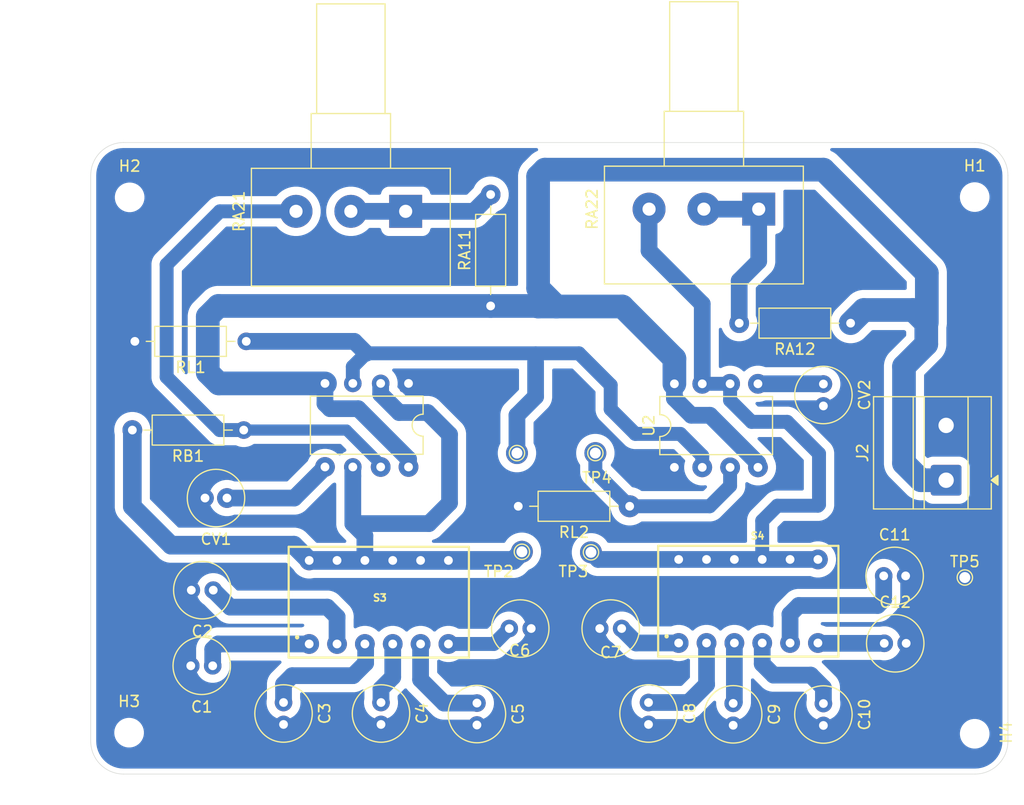
<source format=kicad_pcb>
(kicad_pcb (version 20241229) (generator "pcbnew") (generator_version "9.0")
  (layers (0 "F.Cu" signal) (2 "B.Cu" signal) (13 "F.Paste" user) (15 "B.Paste" user) (5 "F.SilkS" user "F.Silkscreen") (7 "B.SilkS" user "B.Silkscreen") (1 "F.Mask" user) (3 "B.Mask" user) (25 "Edge.Cuts" user))
  (net 0 "")
  (net 1 "Net-(U1-CV)")
  (net 2 "GND")
  (net 3 "Net-(U2-CV)")
  (net 4 "+12V")
  (net 5 "Net-(RA11-Pad2)")
  (net 6 "Net-(U1-DIS)")
  (net 7 "Net-(U2-DIS)")
  (net 8 "Net-(RA12-Pad2)")
  (net 9 "Net-(U1-Q)")
  (net 10 "Net-(U1-THR)")
  (net 11 "Net-(U2-Q)")
  (net 12 "Net-(C1-Pad1)")
  (net 13 "Net-(C2-Pad1)")
  (net 14 "Net-(C3-Pad1)")
  (net 15 "Net-(C4-Pad1)")
  (net 16 "Net-(C5-Pad1)")
  (net 17 "Net-(C6-Pad1)")
  (net 18 "Net-(C7-Pad1)")
  (net 19 "Net-(C8-Pad1)")
  (net 20 "Net-(C9-Pad1)")
  (net 21 "Net-(C10-Pad1)")
  (net 22 "Net-(C11-Pad1)")
  (net 23 "Net-(C12-Pad1)")
  (footprint "MountingHole:MountingHole_2.2mm_M2_DIN965" (layer "F.Cu") (at 84.525 57.375)
    (property "Reference" "H2" (at 0 -2.85 0) (layer "F.SilkS"))
    (property "Value" "MountingHole" (hide yes))
    (pad "" np_thru_hole circle (at 0 0) (size 2.2 2.2) (drill 2.2) (layers "*.Cu" "*.Mask"))
  )
  (footprint "Resistor_THT:R_Axial_DIN0207_L6.3mm_D2.5mm_P10.16mm_Horizontal" (layer "F.Cu") (at 95.16 70.51 180)
    (property "Reference" "RL1" (at 5.08 -2.37 0) (layer "F.SilkS"))
    (property "Value" "100k")
    (fp_line (start 9.12 0) (end 8.35 0) (stroke (width 0.12)) (layer "F.SilkS"))
    (fp_line (start 1.04 0) (end 1.81 0) (stroke (width 0.12)) (layer "F.SilkS"))
    (fp_rect (start 1.81 -1.37) (end 8.35 1.37) (stroke (width 0.12)) (fill no) (layer "F.SilkS"))
    (pad "1" thru_hole circle (at 0 0 180) (size 1.6 1.6) (drill 0.8) (layers "*.Cu" "*.Mask") (net 9 "Net-(U1-Q)"))
    (pad "2" thru_hole circle (at 10.16 0 180) (size 1.6 1.6) (drill 0.8) (layers "*.Cu" "*.Mask") (net 2 "GND"))
  )
  (footprint "Capacitor_THT:C_Radial_D5.0mm_H11.0mm_P2.00mm" (layer "F.Cu") (at 139.5716 103.5262 -90)
    (property "Reference" "C9" (at 1 -3.75 90) (layer "F.SilkS"))
    (property "Value" "1uf")
    (fp_circle (center 1 0) (end 3.62 0) (stroke (width 0.12)) (fill no) (layer "F.SilkS"))
    (pad "1" thru_hole circle (at 0 0 270) (size 1.6 1.6) (drill 0.8) (layers "*.Cu" "*.Mask") (net 20 "Net-(C9-Pad1)"))
    (pad "2" thru_hole circle (at 2 0 270) (size 1.6 1.6) (drill 0.8) (layers "*.Cu" "*.Mask") (net 2 "GND"))
  )
  (footprint "TerminalBlock_MetzConnect:TerminalBlock_MetzConnect_Type011_RT05502HBLC_1x02_P5.00mm_Horizontal" (layer "F.Cu") (at 158.9925 83.175 90)
    (property "Reference" "J2" (at 2.5 -7.62 90) (layer "F.SilkS"))
    (property "Value" "BAT1")
    (fp_line (start 7.62 -6.62) (end 7.62 4.12) (stroke (width 0.12)) (layer "F.SilkS"))
    (fp_line (start -2.62 -6.62) (end 7.62 -6.62) (stroke (width 0.12)) (layer "F.SilkS"))
    (fp_line (start -2.62 -3) (end 7.62 -3) (stroke (width 0.12)) (layer "F.SilkS"))
    (fp_line (start -2.62 -2) (end 7.62 -2) (stroke (width 0.12)) (layer "F.SilkS"))
    (fp_line (start -2.62 2) (end 7.62 2) (stroke (width 0.12)) (layer "F.SilkS"))
    (fp_line (start 7.62 4.12) (end 0.3 4.12) (stroke (width 0.12)) (layer "F.SilkS"))
    (fp_line (start -0.3 4.12) (end -2.62 4.12) (stroke (width 0.12)) (layer "F.SilkS"))
    (fp_line (start -2.62 4.12) (end -2.62 -6.62) (stroke (width 0.12)) (layer "F.SilkS"))
    (fp_poly (pts (xy 0 4.12) (xy 0.44 4.73) (xy -0.44 4.73)) (stroke (width 0.12)) (fill yes) (layer "F.SilkS"))
    (pad "1" thru_hole roundrect (at 0 0 90) (size 2.8 2.8) (drill 1.4) (layers "*.Cu" "*.Mask") (roundrect_rratio 0.089286) (net 4 "+12V"))
    (pad "2" thru_hole circle (at 5 0 90) (size 2.8 2.8) (drill 1.4) (layers "*.Cu" "*.Mask") (net 2 "GND"))
  )
  (footprint "Capacitor_THT:C_Radial_D5.0mm_H11.0mm_P2.00mm" (layer "F.Cu") (at 98.56 103.45 -90)
    (property "Reference" "C3" (at 1 -3.75 90) (layer "F.SilkS"))
    (property "Value" "1uf")
    (fp_circle (center 1 0) (end 3.62 0) (stroke (width 0.12)) (fill no) (layer "F.SilkS"))
    (pad "1" thru_hole circle (at 0 0 270) (size 1.6 1.6) (drill 0.8) (layers "*.Cu" "*.Mask") (net 14 "Net-(C3-Pad1)"))
    (pad "2" thru_hole circle (at 2 0 270) (size 1.6 1.6) (drill 0.8) (layers "*.Cu" "*.Mask") (net 2 "GND"))
  )
  (footprint "Capacitor_THT:C_Radial_D5.0mm_H11.0mm_P2.00mm" (layer "F.Cu") (at 107.45 103.45 -90)
    (property "Reference" "C4" (at 1 -3.75 90) (layer "F.SilkS"))
    (property "Value" "0.1uf")
    (fp_circle (center 1 0) (end 3.62 0) (stroke (width 0.12)) (fill no) (layer "F.SilkS"))
    (pad "1" thru_hole circle (at 0 0 270) (size 1.6 1.6) (drill 0.8) (layers "*.Cu" "*.Mask") (net 15 "Net-(C4-Pad1)"))
    (pad "2" thru_hole circle (at 2 0 270) (size 1.6 1.6) (drill 0.8) (layers "*.Cu" "*.Mask") (net 2 "GND"))
  )
  (footprint "MountingHole:MountingHole_2.2mm_M2_DIN965" (layer "F.Cu") (at 161.6 57.35)
    (property "Reference" "H1" (at 0 -2.85 0) (layer "F.SilkS"))
    (property "Value" "MountingHole" (hide yes))
    (pad "" np_thru_hole circle (at 0 0) (size 2.2 2.2) (drill 2.2) (layers "*.Cu" "*.Mask"))
  )
  (footprint "418117270906:418117270906" (layer "F.Cu") (at 140.95 94.21)
    (property "Reference" "S4" (at 0.85 -5.96 0) (layer "F.SilkS") (effects (font (size 0.64 0.64))))
    (property "Value" "418117270906" (hide yes))
    (fp_line (start -8.22 -5.05) (end 8.22 -5.05) (stroke (width 0.2)) (layer "F.SilkS"))
    (fp_line (start -8.22 5.05) (end -8.22 -5.05) (stroke (width 0.2)) (layer "F.SilkS"))
    (fp_line (start 8.22 -5.05) (end 8.22 5.05) (stroke (width 0.2)) (layer "F.SilkS"))
    (fp_line (start 8.22 5.05) (end -8.22 5.05) (stroke (width 0.2)) (layer "F.SilkS"))
    (fp_circle (center -7.45 3.2) (end -7.35 3.2) (stroke (width 0.2)) (fill no) (layer "F.SilkS"))
    (pad "1" thru_hole circle (at -6.35 3.81) (size 1.8 1.8) (drill 0.8) (layers "*.Cu" "*.Mask") (net 18 "Net-(C7-Pad1)"))
    (pad "2" thru_hole circle (at -3.81 3.81) (size 1.8 1.8) (drill 0.8) (layers "*.Cu" "*.Mask") (net 19 "Net-(C8-Pad1)"))
    (pad "3" thru_hole circle (at -1.27 3.81) (size 1.8 1.8) (drill 0.8) (layers "*.Cu" "*.Mask") (net 20 "Net-(C9-Pad1)"))
    (pad "4" thru_hole circle (at 1.27 3.81) (size 1.8 1.8) (drill 0.8) (layers "*.Cu" "*.Mask") (net 21 "Net-(C10-Pad1)"))
    (pad "5" thru_hole circle (at 3.81 3.81) (size 1.8 1.8) (drill 0.8) (layers "*.Cu" "*.Mask") (net 22 "Net-(C11-Pad1)"))
    (pad "6" thru_hole circle (at 6.35 3.81) (size 1.8 1.8) (drill 0.8) (layers "*.Cu" "*.Mask") (net 23 "Net-(C12-Pad1)"))
    (pad "A1" thru_hole circle (at -6.35 -3.81) (size 1.308 1.308) (drill 0.8) (layers "*.Cu" "*.Mask") (net 7 "Net-(U2-DIS)"))
    (pad "A2" thru_hole circle (at -3.81 -3.81) (size 1.308 1.308) (drill 0.8) (layers "*.Cu" "*.Mask") (net 7 "Net-(U2-DIS)"))
    (pad "A3" thru_hole circle (at -1.27 -3.81) (size 1.308 1.308) (drill 0.8) (layers "*.Cu" "*.Mask") (net 7 "Net-(U2-DIS)"))
    (pad "A4" thru_hole circle (at 1.27 -3.81) (size 1.308 1.308) (drill 0.8) (layers "*.Cu" "*.Mask") (net 7 "Net-(U2-DIS)"))
    (pad "A5" thru_hole circle (at 3.81 -3.81) (size 1.308 1.308) (drill 0.8) (layers "*.Cu" "*.Mask") (net 7 "Net-(U2-DIS)"))
    (pad "A6" thru_hole circle (at 6.35 -3.81) (size 1.8 1.8) (drill 0.8) (layers "*.Cu" "*.Mask") (net 7 "Net-(U2-DIS)"))
  )
  (footprint "Capacitor_THT:C_Radial_D5.0mm_H11.0mm_P2.00mm" (layer "F.Cu") (at 93.4 84.8 180)
    (property "Reference" "CV1" (at 1 -3.75 0) (layer "F.SilkS"))
    (property "Value" "0.01uf")
    (fp_circle (center 1 0) (end 3.62 0) (stroke (width 0.12)) (fill no) (layer "F.SilkS"))
    (pad "1" thru_hole circle (at 0 0 180) (size 1.8 1.8) (drill 0.8) (layers "*.Cu" "*.Mask") (net 1 "Net-(U1-CV)"))
    (pad "2" thru_hole circle (at 2 0 180) (size 1.6 1.6) (drill 0.8) (layers "*.Cu" "*.Mask") (net 2 "GND"))
  )
  (footprint "TestPoint:TestPoint_THTPad_D1.0mm_Drill0.5mm" (layer "F.Cu") (at 120.3 89.7)
    (property "Reference" "TP2" (at -2.1 1.8 0) (layer "F.SilkS"))
    (property "Value" "TestPoint" (hide yes))
    (fp_circle (center 0 0) (end 0 0.7) (stroke (width 0.12)) (fill no) (layer "F.SilkS"))
    (pad "1" thru_hole circle (at 0 0) (size 2 2) (drill 1) (layers "*.Cu" "*.Mask") (net 10 "Net-(U1-THR)"))
  )
  (footprint "Resistor_THT:R_Axial_DIN0207_L6.3mm_D2.5mm_P10.16mm_Horizontal" (layer "F.Cu") (at 150.28 68.85 180)
    (property "Reference" "RA12" (at 5.08 -2.37 0) (layer "F.SilkS"))
    (property "Value" "100")
    (fp_line (start 9.12 0) (end 8.35 0) (stroke (width 0.12)) (layer "F.SilkS"))
    (fp_line (start 1.04 0) (end 1.81 0) (stroke (width 0.12)) (layer "F.SilkS"))
    (fp_rect (start 1.81 -1.37) (end 8.35 1.37) (stroke (width 0.12)) (fill no) (layer "F.SilkS"))
    (pad "1" thru_hole circle (at 0 0 180) (size 1.6 1.6) (drill 0.8) (layers "*.Cu" "*.Mask") (net 4 "+12V"))
    (pad "2" thru_hole circle (at 10.16 0 180) (size 1.8 1.8) (drill 0.8) (layers "*.Cu" "*.Mask") (net 8 "Net-(RA12-Pad2)"))
  )
  (footprint "TestPoint:TestPoint_THTPad_D1.0mm_Drill0.5mm" (layer "F.Cu") (at 160.7 92.05)
    (property "Reference" "TP5" (at 0 -1.448 0) (layer "F.SilkS"))
    (property "Value" "TestPoint" (hide yes))
    (fp_circle (center 0 0) (end 0 0.7) (stroke (width 0.12)) (fill no) (layer "F.SilkS"))
    (pad "1" thru_hole circle (at 0 0) (size 2 2) (drill 1) (layers "*.Cu" "*.Mask") (net 2 "GND"))
  )
  (footprint "TestPoint:TestPoint_THTPad_D1.0mm_Drill0.5mm" (layer "F.Cu") (at 126.6 89.75)
    (property "Reference" "TP3" (at -1.6 1.75 0) (layer "F.SilkS"))
    (property "Value" "TestPoint" (hide yes))
    (fp_circle (center 0 0) (end 0 0.7) (stroke (width 0.12)) (fill no) (layer "F.SilkS"))
    (pad "1" thru_hole circle (at 0 0) (size 2 2) (drill 1) (layers "*.Cu" "*.Mask") (net 7 "Net-(U2-DIS)"))
  )
  (footprint "Resistor_THT:R_Axial_DIN0207_L6.3mm_D2.5mm_P10.16mm_Horizontal" (layer "F.Cu") (at 94.93 78.6 180)
    (property "Reference" "RB1" (at 5.08 -2.37 0) (layer "F.SilkS"))
    (property "Value" "14.4k")
    (fp_line (start 9.12 0) (end 8.35 0) (stroke (width 0.12)) (layer "F.SilkS"))
    (fp_line (start 1.04 0) (end 1.81 0) (stroke (width 0.12)) (layer "F.SilkS"))
    (fp_rect (start 1.81 -1.37) (end 8.35 1.37) (stroke (width 0.12)) (fill no) (layer "F.SilkS"))
    (pad "1" thru_hole circle (at 0 0 180) (size 1.6 1.6) (drill 0.8) (layers "*.Cu" "*.Mask") (net 6 "Net-(U1-DIS)"))
    (pad "2" thru_hole circle (at 10.16 0 180) (size 1.8 1.8) (drill 0.8) (layers "*.Cu" "*.Mask") (net 10 "Net-(U1-THR)"))
  )
  (footprint "Resistor_THT:R_Axial_DIN0207_L6.3mm_D2.5mm_P10.16mm_Horizontal" (layer "F.Cu") (at 117.45 67.28 90)
    (property "Reference" "RA11" (at 5.08 -2.37 90) (layer "F.SilkS"))
    (property "Value" "100")
    (fp_line (start 9.12 0) (end 8.35 0) (stroke (width 0.12)) (layer "F.SilkS"))
    (fp_line (start 1.04 0) (end 1.81 0) (stroke (width 0.12)) (layer "F.SilkS"))
    (fp_rect (start 1.81 -1.37) (end 8.35 1.37) (stroke (width 0.12)) (fill no) (layer "F.SilkS"))
    (pad "1" thru_hole circle (at 0 0 90) (size 1.6 1.6) (drill 0.8) (layers "*.Cu" "*.Mask") (net 4 "+12V"))
    (pad "2" thru_hole circle (at 10.16 0 90) (size 1.8 1.8) (drill 0.8) (layers "*.Cu" "*.Mask") (net 5 "Net-(RA11-Pad2)"))
  )
  (footprint "Capacitor_THT:C_Radial_D5.0mm_H11.0mm_P2.00mm" (layer "F.Cu") (at 147.8 74.4 -90)
    (property "Reference" "CV2" (at 1 -3.75 90) (layer "F.SilkS"))
    (property "Value" "0.01uf" (hide yes))
    (fp_circle (center 1 0) (end 3.62 0) (stroke (width 0.12)) (fill no) (layer "F.SilkS"))
    (pad "1" thru_hole circle (at 0 0 270) (size 1.6 1.6) (drill 0.8) (layers "*.Cu" "*.Mask") (net 3 "Net-(U2-CV)"))
    (pad "2" thru_hole circle (at 2 0 270) (size 1.6 1.6) (drill 0.8) (layers "*.Cu" "*.Mask") (net 2 "GND"))
  )
  (footprint "Capacitor_THT:C_Radial_D5.0mm_H11.0mm_P2.00mm" (layer "F.Cu") (at 119.15 96.7)
    (property "Reference" "C6" (at 0.95 2 0) (layer "F.SilkS"))
    (property "Value" "0.001uf" (hide yes))
    (fp_circle (center 1 0) (end 3.62 0) (stroke (width 0.12)) (fill no) (layer "F.SilkS"))
    (pad "1" thru_hole circle (at 0 0) (size 1.6 1.6) (drill 0.8) (layers "*.Cu" "*.Mask") (net 17 "Net-(C6-Pad1)"))
    (pad "2" thru_hole circle (at 2 0) (size 1.6 1.6) (drill 0.8) (layers "*.Cu" "*.Mask") (net 2 "GND"))
  )
  (footprint "Capacitor_THT:C_Radial_D5.0mm_H11.0mm_P2.00mm" (layer "F.Cu") (at 116.2 103.5 -90)
    (property "Reference" "C5" (at 1 -3.75 90) (layer "F.SilkS"))
    (property "Value" "0.01uf")
    (fp_circle (center 1 0) (end 3.62 0) (stroke (width 0.12)) (fill no) (layer "F.SilkS"))
    (pad "1" thru_hole circle (at 0 0 270) (size 1.6 1.6) (drill 0.8) (layers "*.Cu" "*.Mask") (net 16 "Net-(C5-Pad1)"))
    (pad "2" thru_hole circle (at 2 0 270) (size 1.6 1.6) (drill 0.8) (layers "*.Cu" "*.Mask") (net 2 "GND"))
  )
  (footprint "MountingHole:MountingHole_2.2mm_M2_DIN965" (layer "F.Cu") (at 84.475 106.2)
    (property "Reference" "H3" (at 0 -2.85 0) (layer "F.SilkS"))
    (property "Value" "MountingHole" (hide yes))
    (pad "" np_thru_hole circle (at 0 0) (size 2.2 2.2) (drill 2.2) (layers "*.Cu" "*.Mask"))
  )
  (footprint "418117270906:418117270906" (layer "F.Cu") (at 107.25 94.3)
    (property "Reference" "S3" (at 0.1 -0.4 0) (layer "F.SilkS") (effects (font (size 0.64 0.64))))
    (property "Value" "418117270906")
    (fp_line (start -8.22 -5.05) (end 8.22 -5.05) (stroke (width 0.2)) (layer "F.SilkS"))
    (fp_line (start -8.22 5.05) (end -8.22 -5.05) (stroke (width 0.2)) (layer "F.SilkS"))
    (fp_line (start 8.22 -5.05) (end 8.22 5.05) (stroke (width 0.2)) (layer "F.SilkS"))
    (fp_line (start 8.22 5.05) (end -8.22 5.05) (stroke (width 0.2)) (layer "F.SilkS"))
    (fp_circle (center -7.45 3.2) (end -7.35 3.2) (stroke (width 0.2)) (fill no) (layer "F.SilkS"))
    (pad "1" thru_hole circle (at -6.35 3.81) (size 1.8 1.8) (drill 0.8) (layers "*.Cu" "*.Mask") (net 12 "Net-(C1-Pad1)"))
    (pad "2" thru_hole circle (at -3.81 3.81) (size 1.8 1.8) (drill 0.8) (layers "*.Cu" "*.Mask") (net 13 "Net-(C2-Pad1)"))
    (pad "3" thru_hole circle (at -1.27 3.81) (size 1.8 1.8) (drill 0.8) (layers "*.Cu" "*.Mask") (net 14 "Net-(C3-Pad1)"))
    (pad "4" thru_hole circle (at 1.27 3.81) (size 1.8 1.8) (drill 0.8) (layers "*.Cu" "*.Mask") (net 15 "Net-(C4-Pad1)"))
    (pad "5" thru_hole circle (at 3.81 3.81) (size 1.8 1.8) (drill 0.8) (layers "*.Cu" "*.Mask") (net 16 "Net-(C5-Pad1)"))
    (pad "6" thru_hole circle (at 6.35 3.81) (size 1.8 1.8) (drill 0.8) (layers "*.Cu" "*.Mask") (net 17 "Net-(C6-Pad1)"))
    (pad "A1" thru_hole circle (at -6.35 -3.81) (size 1.8 1.8) (drill 0.8) (layers "*.Cu" "*.Mask") (net 10 "Net-(U1-THR)"))
    (pad "A2" thru_hole circle (at -3.81 -3.81) (size 1.308 1.308) (drill 0.8) (layers "*.Cu" "*.Mask") (net 10 "Net-(U1-THR)"))
    (pad "A3" thru_hole circle (at -1.27 -3.81) (size 1.308 1.308) (drill 0.8) (layers "*.Cu" "*.Mask") (net 10 "Net-(U1-THR)"))
    (pad "A4" thru_hole circle (at 1.27 -3.81) (size 1.308 1.308) (drill 0.8) (layers "*.Cu" "*.Mask") (net 10 "Net-(U1-THR)"))
    (pad "A5" thru_hole circle (at 3.81 -3.81) (size 1.308 1.308) (drill 0.8) (layers "*.Cu" "*.Mask") (net 10 "Net-(U1-THR)"))
    (pad "A6" thru_hole circle (at 6.35 -3.81) (size 1.308 1.308) (drill 0.8) (layers "*.Cu" "*.Mask") (net 10 "Net-(U1-THR)"))
  )
  (footprint "Potentiometer_THT:Potentiometer_Alps_RK163_Single_Horizontal" (layer "F.Cu") (at 141.9 58.45 -90)
    (property "Reference" "RA22" (at 0 15.2 90) (layer "F.SilkS"))
    (property "Value" "100k")
    (fp_line (start -3.92 14.07) (end -3.92 -4.07) (stroke (width 0.12)) (layer "F.SilkS"))
    (fp_line (start 6.82 14.07) (end -3.92 14.07) (stroke (width 0.12)) (layer "F.SilkS"))
    (fp_line (start 6.82 14.07) (end 6.82 -4.07) (stroke (width 0.12)) (layer "F.SilkS"))
    (fp_line (start -8.92 8.62) (end -8.92 1.38) (stroke (width 0.12)) (layer "F.SilkS"))
    (fp_line (start -3.92 8.62) (end -8.92 8.62) (stroke (width 0.12)) (layer "F.SilkS"))
    (fp_line (start -18.92 8.12) (end -18.92 1.88) (stroke (width 0.12)) (layer "F.SilkS"))
    (fp_line (start -8.92 8.12) (end -18.92 8.12) (stroke (width 0.12)) (layer "F.SilkS"))
    (fp_line (start -8.92 1.88) (end -18.92 1.88) (stroke (width 0.12)) (layer "F.SilkS"))
    (fp_line (start -3.92 1.38) (end -8.92 1.38) (stroke (width 0.12)) (layer "F.SilkS"))
    (fp_line (start 6.82 -4.07) (end -3.92 -4.07) (stroke (width 0.12)) (layer "F.SilkS"))
    (pad "1" thru_hole rect (at 0 0 90) (size 3 3) (drill 1.2) (layers "*.Cu" "*.Mask") (net 8 "Net-(RA12-Pad2)"))
    (pad "2" thru_hole circle (at 0 5 90) (size 3 3) (drill 1.2) (layers "*.Cu" "*.Mask") (net 8 "Net-(RA12-Pad2)"))
    (pad "3" thru_hole circle (at 0 10 90) (size 3 3) (drill 1.2) (layers "*.Cu" "*.Mask") (net 7 "Net-(U2-DIS)"))
  )
  (footprint "Capacitor_THT:C_Radial_D5.0mm_H11.0mm_P2.00mm" (layer "F.Cu") (at 92.15 93.2 180)
    (property "Reference" "C2" (at 1 -3.75 0) (layer "F.SilkS"))
    (property "Value" "10uf")
    (fp_circle (center 1 0) (end 3.62 0) (stroke (width 0.12)) (fill no) (layer "F.SilkS"))
    (pad "1" thru_hole circle (at 0 0 180) (size 1.6 1.6) (drill 0.8) (layers "*.Cu" "*.Mask") (net 13 "Net-(C2-Pad1)"))
    (pad "2" thru_hole circle (at 2 0 180) (size 1.6 1.6) (drill 0.8) (layers "*.Cu" "*.Mask") (net 2 "GND"))
  )
  (footprint "TestPoint:TestPoint_THTPad_D1.0mm_Drill0.5mm" (layer "F.Cu") (at 127 80.7)
    (property "Reference" "TP4" (at 0.15 2.25 0) (layer "F.SilkS"))
    (property "Value" "TestPoint" (hide yes))
    (fp_circle (center 0 0) (end 0 0.7) (stroke (width 0.12)) (fill no) (layer "F.SilkS"))
    (pad "1" thru_hole circle (at 0 0) (size 2 2) (drill 1) (layers "*.Cu" "*.Mask") (net 11 "Net-(U2-Q)"))
  )
  (footprint "MountingHole:MountingHole_2.2mm_M2_DIN965" (layer "F.Cu") (at 161.6 106.3)
    (property "Reference" "H4" (at 2.875 -0.1 90) (layer "F.SilkS"))
    (property "Value" "MountingHole" (hide yes))
    (pad "" np_thru_hole circle (at 0 0) (size 2.2 2.2) (drill 2.2) (layers "*.Cu" "*.Mask"))
  )
  (footprint "Capacitor_THT:C_Radial_D5.0mm_H11.0mm_P2.00mm" (layer "F.Cu") (at 129.4 96.7 180)
    (property "Reference" "C7" (at 1 -2.1844 0) (layer "F.SilkS"))
    (property "Value" "100uf")
    (fp_circle (center 1 0) (end 3.62 0) (stroke (width 0.12)) (fill no) (layer "F.SilkS"))
    (pad "1" thru_hole circle (at 0 0 180) (size 1.6 1.6) (drill 0.8) (layers "*.Cu" "*.Mask") (net 18 "Net-(C7-Pad1)"))
    (pad "2" thru_hole circle (at 2 0 180) (size 1.6 1.6) (drill 0.8) (layers "*.Cu" "*.Mask") (net 2 "GND"))
  )
  (footprint "Package_DIP:DIP-8_W7.62mm" (layer "F.Cu") (at 109.96 74.345 -90)
    (property "Reference" "U1" (hide yes))
    (property "Value" "NE555P" (hide yes))
    (fp_line (start 1.16 8.95) (end 6.46 8.95) (stroke (width 0.12)) (layer "F.SilkS"))
    (fp_line (start 6.46 8.95) (end 6.46 -1.33) (stroke (width 0.12)) (layer "F.SilkS"))
    (fp_line (start 1.16 -1.33) (end 1.16 8.95) (stroke (width 0.12)) (layer "F.SilkS"))
    (fp_line (start 2.81 -1.33) (end 1.16 -1.33) (stroke (width 0.12)) (layer "F.SilkS"))
    (fp_line (start 6.46 -1.33) (end 4.81 -1.33) (stroke (width 0.12)) (layer "F.SilkS"))
    (fp_arc (start 4.81 -1.33) (mid 3.81 -0.33) (end 2.81 -1.33) (stroke (width 0.12)) (layer "F.SilkS"))
    (pad "1" thru_hole roundrect (at 0 0 270) (size 1.6 1.6) (drill 0.8) (layers "*.Cu" "*.Mask") (roundrect_rratio 0.15625) (net 2 "GND"))
    (pad "1.8" thru_hole circle (at 7.62 5.08 270) (size 1.6 1.6) (drill 0.8) (layers "*.Cu" "*.Mask") (net 10 "Net-(U1-THR)"))
    (pad "2" thru_hole circle (at 0 2.54 270) (size 1.6 1.6) (drill 0.8) (layers "*.Cu" "*.Mask") (net 10 "Net-(U1-THR)"))
    (pad "3" thru_hole circle (at 0 5.08 270) (size 1.6 1.6) (drill 0.8) (layers "*.Cu" "*.Mask") (net 9 "Net-(U1-Q)"))
    (pad "4" thru_hole circle (at 0 7.62 270) (size 1.6 1.6) (drill 0.8) (layers "*.Cu" "*.Mask") (net 4 "+12V"))
    (pad "5" thru_hole circle (at 7.62 7.62 270) (size 1.8 1.8) (drill 0.8) (layers "*.Cu" "*.Mask") (net 1 "Net-(U1-CV)"))
    (pad "7" thru_hole circle (at 7.62 2.54 270) (size 1.8 1.8) (drill 0.8) (layers "*.Cu" "*.Mask") (net 6 "Net-(U1-DIS)"))
    (pad "8" thru_hole circle (at 7.62 0 270) (size 1.8 1.8) (drill 0.8) (layers "*.Cu" "*.Mask") (net 4 "+12V"))
  )
  (footprint "Potentiometer_THT:Potentiometer_Alps_RK163_Single_Horizontal" (layer "F.Cu") (at 109.7 58.65 -90)
    (property "Reference" "RA21" (at 0 15.2 90) (layer "F.SilkS"))
    (property "Value" "150K")
    (fp_line (start -3.92 14.07) (end -3.92 -4.07) (stroke (width 0.12)) (layer "F.SilkS"))
    (fp_line (start 6.82 14.07) (end -3.92 14.07) (stroke (width 0.12)) (layer "F.SilkS"))
    (fp_line (start 6.82 14.07) (end 6.82 -4.07) (stroke (width 0.12)) (layer "F.SilkS"))
    (fp_line (start -8.92 8.62) (end -8.92 1.38) (stroke (width 0.12)) (layer "F.SilkS"))
    (fp_line (start -3.92 8.62) (end -8.92 8.62) (stroke (width 0.12)) (layer "F.SilkS"))
    (fp_line (start -18.92 8.12) (end -18.92 1.88) (stroke (width 0.12)) (layer "F.SilkS"))
    (fp_line (start -8.92 8.12) (end -18.92 8.12) (stroke (width 0.12)) (layer "F.SilkS"))
    (fp_line (start -8.92 1.88) (end -18.92 1.88) (stroke (width 0.12)) (layer "F.SilkS"))
    (fp_line (start -3.92 1.38) (end -8.92 1.38) (stroke (width 0.12)) (layer "F.SilkS"))
    (fp_line (start 6.82 -4.07) (end -3.92 -4.07) (stroke (width 0.12)) (layer "F.SilkS"))
    (pad "1" thru_hole rect (at 0 0 90) (size 3 3) (drill 1.2) (layers "*.Cu" "*.Mask") (net 5 "Net-(RA11-Pad2)"))
    (pad "2" thru_hole circle (at 0 5 90) (size 3 3) (drill 1.2) (layers "*.Cu" "*.Mask") (net 5 "Net-(RA11-Pad2)"))
    (pad "3" thru_hole circle (at 0 10 90) (size 3 3) (drill 1.2) (layers "*.Cu" "*.Mask") (net 6 "Net-(U1-DIS)"))
  )
  (footprint "Capacitor_THT:C_Radial_D5.0mm_H11.0mm_P2.00mm" (layer "F.Cu") (at 131.85 103.45 -90)
    (property "Reference" "C8" (at 1 -3.75 90) (layer "F.SilkS"))
    (property "Value" "10uf")
    (fp_circle (center 1 0) (end 3.62 0) (stroke (width 0.12)) (fill no) (layer "F.SilkS"))
    (pad "1" thru_hole circle (at 0 0 270) (size 1.6 1.6) (drill 0.8) (layers "*.Cu" "*.Mask") (net 19 "Net-(C8-Pad1)"))
    (pad "2" thru_hole circle (at 2 0 270) (size 1.6 1.6) (drill 0.8) (layers "*.Cu" "*.Mask") (net 2 "GND"))
  )
  (footprint "TestPoint:TestPoint_THTPad_D1.0mm_Drill0.5mm" (layer "F.Cu") (at 119.85 80.7)
    (property "Reference" "TP1" (hide yes))
    (property "Value" "TestPoint" (hide yes))
    (fp_circle (center 0 0) (end 0 0.7) (stroke (width 0.12)) (fill no) (layer "F.SilkS"))
    (pad "1" thru_hole circle (at 0 0) (size 2 2) (drill 1) (layers "*.Cu" "*.Mask") (net 9 "Net-(U1-Q)"))
  )
  (footprint "Capacitor_THT:C_Radial_D5.0mm_H11.0mm_P2.00mm" (layer "F.Cu") (at 92.1 100.1 180)
    (property "Reference" "C1" (at 1 -3.75 0) (layer "F.SilkS"))
    (property "Value" "100uf")
    (fp_circle (center 1 0) (end 3.62 0) (stroke (width 0.12)) (fill no) (layer "F.SilkS"))
    (pad "1" thru_hole circle (at 0 0 180) (size 1.6 1.6) (drill 0.8) (layers "*.Cu" "*.Mask") (net 12 "Net-(C1-Pad1)"))
    (pad "2" thru_hole circle (at 2 0 180) (size 1.6 1.6) (drill 0.8) (layers "*.Cu" "*.Mask") (net 2 "GND"))
  )
  (footprint "Capacitor_THT:C_Radial_D5.0mm_H11.0mm_P2.00mm" (layer "F.Cu") (at 147.8 103.5422 -90)
    (property "Reference" "C10" (at 1 -3.75 90) (layer "F.SilkS"))
    (property "Value" "0.1uf")
    (fp_circle (center 1 0) (end 3.62 0) (stroke (width 0.12)) (fill no) (layer "F.SilkS"))
    (pad "1" thru_hole circle (at 0 0 270) (size 1.6 1.6) (drill 0.8) (layers "*.Cu" "*.Mask") (net 21 "Net-(C10-Pad1)"))
    (pad "2" thru_hole circle (at 2 0 270) (size 1.6 1.6) (drill 0.8) (layers "*.Cu" "*.Mask") (net 2 "GND"))
  )
  (footprint "Capacitor_THT:C_Radial_D5.0mm_H11.0mm_P2.00mm" (layer "F.Cu") (at 153.3 91.9)
    (property "Reference" "C11" (at 1 -3.75 0) (layer "F.SilkS"))
    (property "Value" "0.01uf" (hide yes))
    (fp_circle (center 1 0) (end 3.62 0) (stroke (width 0.12)) (fill no) (layer "F.SilkS"))
    (pad "1" thru_hole circle (at 0 0) (size 1.6 1.6) (drill 0.8) (layers "*.Cu" "*.Mask") (net 22 "Net-(C11-Pad1)"))
    (pad "2" thru_hole circle (at 2 0) (size 1.6 1.6) (drill 0.8) (layers "*.Cu" "*.Mask") (net 2 "GND"))
  )
  (footprint "Capacitor_THT:C_Radial_D5.0mm_H11.0mm_P2.00mm" (layer "F.Cu") (at 153.35 98.05)
    (property "Reference" "C12" (at 1 -3.75 0) (layer "F.SilkS"))
    (property "Value" "0.001uf" (hide yes))
    (fp_circle (center 1 0) (end 3.62 0) (stroke (width 0.12)) (fill no) (layer "F.SilkS"))
    (pad "1" thru_hole circle (at 0 0) (size 1.6 1.6) (drill 0.8) (layers "*.Cu" "*.Mask") (net 23 "Net-(C12-Pad1)"))
    (pad "2" thru_hole circle (at 2 0) (size 1.6 1.6) (drill 0.8) (layers "*.Cu" "*.Mask") (net 2 "GND"))
  )
  (footprint "Package_DIP:DIP-8_W7.62mm" (layer "F.Cu") (at 134.21 82 90)
    (property "Reference" "U2" (at 3.81 -2.33 90) (layer "F.SilkS"))
    (property "Value" "NE555P")
    (fp_line (start 6.46 -1.33) (end 4.81 -1.33) (stroke (width 0.12)) (layer "F.SilkS"))
    (fp_line (start 2.81 -1.33) (end 1.16 -1.33) (stroke (width 0.12)) (layer "F.SilkS"))
    (fp_line (start 1.16 -1.33) (end 1.16 8.95) (stroke (width 0.12)) (layer "F.SilkS"))
    (fp_line (start 6.46 8.95) (end 6.46 -1.33) (stroke (width 0.12)) (layer "F.SilkS"))
    (fp_line (start 1.16 8.95) (end 6.46 8.95) (stroke (width 0.12)) (layer "F.SilkS"))
    (fp_arc (start 4.81 -1.33) (mid 3.81 -0.33) (end 2.81 -1.33) (stroke (width 0.12)) (layer "F.SilkS"))
    (pad "1" thru_hole roundrect (at 0 0 90) (size 1.6 1.6) (drill 0.8) (layers "*.Cu" "*.Mask") (roundrect_rratio 0.15625) (net 2 "GND"))
    (pad "2" thru_hole circle (at 0 2.54 90) (size 1.8 1.8) (drill 0.8) (layers "*.Cu" "*.Mask") (net 9 "Net-(U1-Q)"))
    (pad "3" thru_hole circle (at 0 5.08 90) (size 1.8 1.8) (drill 0.8) (layers "*.Cu" "*.Mask") (net 11 "Net-(U2-Q)"))
    (pad "4" thru_hole circle (at 0 7.62 90) (size 1.8 1.8) (drill 0.8) (layers "*.Cu" "*.Mask") (net 4 "+12V"))
    (pad "5" thru_hole circle (at 7.62 7.62 90) (size 1.8 1.8) (drill 0.8) (layers "*.Cu" "*.Mask") (net 3 "Net-(U2-CV)"))
    (pad "6" thru_hole circle (at 7.62 5.08 90) (size 1.8 1.8) (drill 0.8) (layers "*.Cu" "*.Mask") (net 7 "Net-(U2-DIS)"))
    (pad "7" thru_hole circle (at 7.62 2.54 90) (size 1.8 1.8) (drill 0.8) (layers "*.Cu" "*.Mask") (net 7 "Net-(U2-DIS)"))
    (pad "8" thru_hole circle (at 7.62 0 90) (size 1.6 1.6) (drill 0.8) (layers "*.Cu" "*.Mask") (net 4 "+12V"))
  )
  (footprint "Resistor_THT:R_Axial_DIN0207_L6.3mm_D2.5mm_P10.16mm_Horizontal" (layer "F.Cu") (at 130.13 85.55 180)
    (property "Reference" "RL2" (at 5.08 -2.37 0) (layer "F.SilkS"))
    (property "Value" "100")
    (fp_line (start 9.12 0) (end 8.35 0) (stroke (width 0.12)) (layer "F.SilkS"))
    (fp_line (start 1.04 0) (end 1.81 0) (stroke (width 0.12)) (layer "F.SilkS"))
    (fp_rect (start 1.81 -1.37) (end 8.35 1.37) (stroke (width 0.12)) (fill no) (layer "F.SilkS"))
    (pad "1" thru_hole circle (at 0 0 180) (size 2 2) (drill 0.8) (layers "*.Cu" "*.Mask") (net 11 "Net-(U2-Q)"))
    (pad "2" thru_hole circle (at 10.16 0 180) (size 1.6 1.6) (drill 0.8) (layers "*.Cu" "*.Mask") (net 2 "GND"))
  )
  (gr_arc (start 80.975 55.375) (mid 81.85368 53.25368) (end 83.975 52.375) (stroke (width 0.05)) (layer "Edge.Cuts"))
  (gr_line (start 161.6287 52.375) (end 83.975 52.375) (stroke (width 0.05)) (layer "Edge.Cuts"))
  (gr_arc (start 161.62868 52.375) (mid 163.75 53.25368) (end 164.62868 55.375) (stroke (width 0.05)) (layer "Edge.Cuts"))
  (gr_line (start 80.975 55.375) (end 80.975 106.975) (stroke (width 0.05)) (layer "Edge.Cuts"))
  (gr_arc (start 164.62868 106.975) (mid 163.75 109.09632) (end 161.62868 109.975) (stroke (width 0.05)) (layer "Edge.Cuts"))
  (gr_line (start 83.975 109.975) (end 161.62868 109.975) (stroke (width 0.05)) (layer "Edge.Cuts"))
  (gr_arc (start 83.975 109.975) (mid 81.85368 109.09632) (end 80.975 106.975) (stroke (width 0.05)) (layer "Edge.Cuts"))
  (gr_line (start 164.62868 106.975) (end 164.62868 55.375) (stroke (width 0.05)) (layer "Edge.Cuts"))
  (segment (start 102.34 82) (end 102.34 81.965) (width 1.524) (layer "B.Cu") (net 1))
  (segment (start 99.54 84.8) (end 102.34 82) (width 1.524) (layer "B.Cu") (net 1))
  (segment (start 93.4 84.8) (end 99.54 84.8) (width 1.524) (layer "B.Cu") (net 1))
  (segment (start 147.78 74.38) (end 147.8 74.4) (width 1.016) (layer "B.Cu") (net 3))
  (segment (start 141.83 74.38) (end 147.78 74.38) (width 1.524) (layer "B.Cu") (net 3))
  (segment (start 137.45 77.25) (end 135.75 77.25) (width 1.524) (layer "B.Cu") (net 4))
  (segment (start 92.645 74.345) (end 102.34 74.345) (width 2.159) (layer "B.Cu") (net 4))
  (segment (start 157.1825 68.85) (end 157.2325 68.8) (width 1.016) (layer "B.Cu") (net 4))
  (segment (start 157.2325 64.2825) (end 147.8 54.85) (width 2.159) (layer "B.Cu") (net 4))
  (segment (start 155.15 81.625) (end 155.15 72.8) (width 2.159) (layer "B.Cu") (net 4))
  (segment (start 122.4 54.85) (end 121.78 55.47) (width 2.159) (layer "B.Cu") (net 4))
  (segment (start 151.48 67.65) (end 155.9825 67.65) (width 2.159) (layer "B.Cu") (net 4))
  (segment (start 155.15 72.8) (end 157.1825 70.7675) (width 2.159) (layer "B.Cu") (net 4))
  (segment (start 141.83 82) (end 141.83 81.63) (width 1.524) (layer "B.Cu") (net 4))
  (segment (start 109.96 81.24) (end 109.96 81.965) (width 1.524) (layer "B.Cu") (net 4))
  (segment (start 91.65 73.35) (end 92.645 74.345) (width 2.159) (layer "B.Cu") (net 4))
  (segment (start 157.1825 70.7675) (end 157.1825 68.85) (width 2.159) (layer "B.Cu") (net 4))
  (segment (start 123.45 67.33) (end 129.46 67.33) (width 2.159) (layer "B.Cu") (net 4))
  (segment (start 135.75 77.25) (end 134.21 75.71) (width 1.524) (layer "B.Cu") (net 4))
  (segment (start 129.46 67.33) (end 134.21 72.08) (width 2.159) (layer "B.Cu") (net 4))
  (segment (start 92.62 67.28) (end 91.65 68.25) (width 2.159) (layer "B.Cu") (net 4))
  (segment (start 150.28 68.85) (end 151.48 67.65) (width 2.159) (layer "B.Cu") (net 4))
  (segment (start 117.45 67.28) (end 92.62 67.28) (width 2.159) (layer "B.Cu") (net 4))
  (segment (start 102.34 76.19) (end 102.8 76.65) (width 1.524) (layer "B.Cu") (net 4))
  (segment (start 134.21 72.08) (end 134.21 74.38) (width 2.159) (layer "B.Cu") (net 4))
  (segment (start 121.78 67.33) (end 123.45 67.33) (width 2.159) (layer "B.Cu") (net 4))
  (segment (start 102.34 74.345) (end 102.34 76.19) (width 1.524) (layer "B.Cu") (net 4))
  (segment (start 121.73 67.28) (end 117.45 67.28) (width 2.159) (layer "B.Cu") (net 4))
  (segment (start 121.78 55.47) (end 121.78 65.66) (width 2.159) (layer "B.Cu") (net 4))
  (segment (start 102.8 76.65) (end 105.37 76.65) (width 1.524) (layer "B.Cu") (net 4))
  (segment (start 121.78 67.33) (end 121.73 67.28) (width 2.159) (layer "B.Cu") (net 4))
  (segment (start 156.7 83.175) (end 155.15 81.625) (width 2.159) (layer "B.Cu") (net 4))
  (segment (start 158.9925 83.175) (end 156.7 83.175) (width 2.159) (layer "B.Cu") (net 4))
  (segment (start 155.9825 67.65) (end 157.1825 68.85) (width 2.159) (layer "B.Cu") (net 4))
  (segment (start 157.2325 68.8) (end 157.2325 64.2825) (width 2.159) (layer "B.Cu") (net 4))
  (segment (start 91.65 68.25) (end 91.65 73.35) (width 2.159) (layer "B.Cu") (net 4))
  (segment (start 147.8 54.85) (end 122.4 54.85) (width 2.159) (layer "B.Cu") (net 4))
  (segment (start 121.78 65.66) (end 123.45 67.33) (width 2.159) (layer "B.Cu") (net 4))
  (segment (start 134.21 75.71) (end 134.21 74.38) (width 1.524) (layer "B.Cu") (net 4))
  (segment (start 105.37 76.65) (end 109.96 81.24) (width 1.524) (layer "B.Cu") (net 4))
  (segment (start 141.83 81.63) (end 137.45 77.25) (width 1.524) (layer "B.Cu") (net 4))
  (segment (start 115.92 58.65) (end 117.45 57.12) (width 1.524) (layer "B.Cu") (net 5))
  (segment (start 104.7 58.65) (end 109.7 58.65) (width 1.524) (layer "B.Cu") (net 5))
  (segment (start 109.7 58.65) (end 115.92 58.65) (width 1.524) (layer "B.Cu") (net 5))
  (segment (start 92.75 58.65) (end 87.9 63.5) (width 1.27) (layer "B.Cu") (net 6))
  (segment (start 107.42 81.965) (end 107.42 81.72) (width 1.016) (layer "B.Cu") (net 6))
  (segment (start 99.7 58.65) (end 92.75 58.65) (width 1.27) (layer "B.Cu") (net 6))
  (segment (start 87.9 73.76) (end 92.74 78.6) (width 1.27) (layer "B.Cu") (net 6))
  (segment (start 104.3 78.6) (end 94.93 78.6) (width 1.016) (layer "B.Cu") (net 6))
  (segment (start 92.74 78.6) (end 94.93 78.6) (width 1.27) (layer "B.Cu") (net 6))
  (segment (start 87.9 63.5) (end 87.9 73.76) (width 1.27) (layer "B.Cu") (net 6))
  (segment (start 107.42 81.72) (end 104.3 78.6) (width 1.016) (layer "B.Cu") (net 6))
  (segment (start 147.3 85.5) (end 147.4 85.4) (width 1.27) (layer "B.Cu") (net 7))
  (segment (start 143.6 85.5) (end 147.3 85.5) (width 1.27) (layer "B.Cu") (net 7))
  (segment (start 147.4 85.4) (end 147.4 80.75) (width 1.27) (layer "B.Cu") (net 7))
  (segment (start 134.6 90.4) (end 127.25 90.4) (width 1.524) (layer "B.Cu") (net 7))
  (segment (start 142.22 90.4) (end 142.22 86.88) (width 1.27) (layer "B.Cu") (net 7))
  (segment (start 147.4 80.75) (end 144.5 77.85) (width 1.27) (layer "B.Cu") (net 7))
  (segment (start 131.9 58.45) (end 131.9 62.25) (width 1.524) (layer "B.Cu") (net 7))
  (segment (start 134.6 90.4) (end 147.3 90.4) (width 1.524) (layer "B.Cu") (net 7))
  (segment (start 142.22 86.88) (end 143.6 85.5) (width 1.27) (layer "B.Cu") (net 7))
  (segment (start 136.75 67.1) (end 136.75 74.38) (width 1.524) (layer "B.Cu") (net 7))
  (segment (start 127.25 90.4) (end 126.6 89.75) (width 1.524) (layer "B.Cu") (net 7))
  (segment (start 131.9 62.25) (end 136.75 67.1) (width 1.524) (layer "B.Cu") (net 7))
  (segment (start 139.29 75.89) (end 139.29 74.38) (width 1.27) (layer "B.Cu") (net 7))
  (segment (start 136.75 74.38) (end 139.29 74.38) (width 1.27) (layer "B.Cu") (net 7))
  (segment (start 144.5 77.85) (end 141.25 77.85) (width 1.27) (layer "B.Cu") (net 7))
  (segment (start 141.25 77.85) (end 139.29 75.89) (width 1.27) (layer "B.Cu") (net 7))
  (segment (start 140.12 68.85) (end 140.12 64.98) (width 1.524) (layer "B.Cu") (net 8))
  (segment (start 140.12 64.98) (end 141.9 63.2) (width 1.524) (layer "B.Cu") (net 8))
  (segment (start 136.9 58.45) (end 141.9 58.45) (width 1.524) (layer "B.Cu") (net 8))
  (segment (start 141.9 63.2) (end 141.9 58.45) (width 1.524) (layer "B.Cu") (net 8))
  (segment (start 121.55 75.55) (end 121.55 72.37) (width 1.524) (layer "B.Cu") (net 9))
  (segment (start 125.5 71.6) (end 128.4 74.5) (width 1.27) (layer "B.Cu") (net 9))
  (segment (start 128.4 76.7) (end 130.65 78.95) (width 1.27) (layer "B.Cu") (net 9))
  (segment (start 121.55 75.55) (end 119.85 77.25) (width 1.524) (layer "B.Cu") (net 9))
  (segment (start 121.55 71.6) (end 125.5 71.6) (width 1.27) (layer "B.Cu") (net 9))
  (segment (start 104.88 74.345) (end 104.88 72.82) (width 1.27) (layer "B.Cu") (net 9))
  (segment (start 104.88 72.82) (end 106.1 71.6) (width 1.27) (layer "B.Cu") (net 9))
  (segment (start 119.85 77.25) (end 119.85 80.7) (width 1.524) (layer "B.Cu") (net 9))
  (segment (start 130.65 78.95) (end 134.75 78.95) (width 1.27) (layer "B.Cu") (net 9))
  (segment (start 134.75 78.95) (end 136.75 80.95) (width 1.27) (layer "B.Cu") (net 9))
  (segment (start 136.75 80.95) (end 136.75 82) (width 1.27) (layer "B.Cu") (net 9))
  (segment (start 105.01 70.51) (end 106.1 71.6) (width 1.524) (layer "B.Cu") (net 9))
  (segment (start 106.1 71.6) (end 121.55 71.6) (width 1.27) (layer "B.Cu") (net 9))
  (segment (start 95.16 70.51) (end 105.01 70.51) (width 1.524) (layer "B.Cu") (net 9))
  (segment (start 128.4 74.5) (end 128.4 76.7) (width 1.27) (layer "B.Cu") (net 9))
  (segment (start 104.88 82.8) (end 104.88 87.13) (width 1.524) (layer "B.Cu") (net 10))
  (segment (start 111.82 87.13) (end 104.88 87.13) (width 1.524) (layer "B.Cu") (net 10))
  (segment (start 84.77 85.57) (end 88.3 89.1) (width 1.7) (layer "B.Cu") (net 10))
  (segment (start 88.3 89.1) (end 99.51 89.1) (width 1.7) (layer "B.Cu") (net 10))
  (segment (start 104.88 81.965) (end 104.88 82.8) (width 1.524) (layer "B.Cu") (net 10))
  (segment (start 109.1 77) (end 111.7 77) (width 1.524) (layer "B.Cu") (net 10))
  (segment (start 105.98 88.23) (end 105.98 90.49) (width 1.524) (layer "B.Cu") (net 10))
  (segment (start 100.9 90.49) (end 113.6 90.49) (width 1.7) (layer "B.Cu") (net 10))
  (segment (start 113.6 90.49) (end 119.51 90.49) (width 1.7) (layer "B.Cu") (net 10))
  (segment (start 84.75 78.62) (end 84.77 78.6) (width 1.7) (layer "B.Cu") (net 10))
  (segment (start 113.7 79) (end 113.7 85.25) (width 1.524) (layer "B.Cu") (net 10))
  (segment (start 119.51 90.49) (end 120.3 89.7) (width 1.7) (layer "B.Cu") (net 10))
  (segment (start 107.42 75.32) (end 109.1 77) (width 1.524) (layer "B.Cu") (net 10))
  (segment (start 99.51 89.1) (end 100.9 90.49) (width 1.7) (layer "B.Cu") (net 10))
  (segment (start 104.88 87.13) (end 105.98 88.23) (width 1.524) (layer "B.Cu") (net 10))
  (segment (start 113.7 85.25) (end 111.82 87.13) (width 1.524) (layer "B.Cu") (net 10))
  (segment (start 84.77 78.6) (end 84.77 85.57) (width 1.7) (layer "B.Cu") (net 10))
  (segment (start 107.42 74.345) (end 107.42 75.32) (width 1.524) (layer "B.Cu") (net 10))
  (segment (start 111.7 77) (end 113.7 79) (width 1.524) (layer "B.Cu") (net 10))
  (segment (start 139.29 83.69) (end 139.29 82) (width 1.27) (layer "B.Cu") (net 11))
  (segment (start 127 82.42) (end 130.13 85.55) (width 1.27) (layer "B.Cu") (net 11))
  (segment (start 127 80.7) (end 127 82.42) (width 1.27) (layer "B.Cu") (net 11))
  (segment (start 130.13 85.55) (end 137.43 85.55) (width 1.27) (layer "B.Cu") (net 11))
  (segment (start 137.43 85.55) (end 139.29 83.69) (width 1.27) (layer "B.Cu") (net 11))
  (segment (start 92.59 98.11) (end 100.9 98.11) (width 1.524) (layer "B.Cu") (net 12))
  (segment (start 92.1 100.1) (end 92.1 98.6) (width 1.524) (layer "B.Cu") (net 12))
  (segment (start 92.1 98.6) (end 92.59 98.11) (width 1.524) (layer "B.Cu") (net 12))
  (segment (start 102.55 94.75) (end 103.45 95.65) (width 1.524) (layer "B.Cu") (net 13))
  (segment (start 93.7 94.75) (end 102.55 94.75) (width 1.524) (layer "B.Cu") (net 13))
  (segment (start 103.44 95.66) (end 103.44 98.11) (width 1.524) (layer "B.Cu") (net 13))
  (segment (start 92.15 93.2) (end 93.7 94.75) (width 1.524) (layer "B.Cu") (net 13))
  (segment (start 103.45 95.65) (end 103.44 95.66) (width 1.524) (layer "B.Cu") (net 13))
  (segment (start 104.9 101) (end 106.05 99.85) (width 1.524) (layer "B.Cu") (net 14))
  (segment (start 98.56 101.79) (end 99.35 101) (width 1.524) (layer "B.Cu") (net 14))
  (segment (start 98.56 103.45) (end 98.56 101.79) (width 1.524) (layer "B.Cu") (net 14))
  (segment (start 99.35 101) (end 104.9 101) (width 1.524) (layer "B.Cu") (net 14))
  (segment (start 106.05 99.85) (end 106.05 98.18) (width 1.524) (layer "B.Cu") (net 14))
  (segment (start 106.05 98.18) (end 105.98 98.11) (width 1.524) (layer "B.Cu") (net 14))
  (segment (start 107.45 103.45) (end 107.45 102.2) (width 1.524) (layer "B.Cu") (net 15))
  (segment (start 107.45 102.2) (end 108.52 101.13) (width 1.524) (layer "B.Cu") (net 15))
  (segment (start 108.52 101.13) (end 108.52 98.11) (width 1.524) (layer "B.Cu") (net 15))
  (segment (start 111.06 101.36) (end 111.06 98.11) (width 1.524) (layer "B.Cu") (net 16))
  (segment (start 113.2 103.5) (end 111.06 101.36) (width 1.524) (layer "B.Cu") (net 16))
  (segment (start 116.2 103.5) (end 113.2 103.5) (width 1.524) (layer "B.Cu") (net 16))
  (segment (start 117.74 98.11) (end 119.15 96.7) (width 1.27) (layer "B.Cu") (net 17))
  (segment (start 113.6 98.11) (end 117.74 98.11) (width 1.27) (layer "B.Cu") (net 17))
  (segment (start 134.6 98.02) (end 130.72 98.02) (width 1.524) (layer "B.Cu") (net 18))
  (segment (start 130.72 98.02) (end 129.4 96.7) (width 1.524) (layer "B.Cu") (net 18))
  (segment (start 137.15 101.8) (end 137.14 101.79) (width 1.524) (layer "B.Cu") (net 19))
  (segment (start 137.14 101.79) (end 137.14 98.02) (width 1.524) (layer "B.Cu") (net 19))
  (segment (start 131.85 103.45) (end 135.5 103.45) (width 1.524) (layer "B.Cu") (net 19))
  (segment (start 135.5 103.45) (end 137.15 101.8) (width 1.524) (layer "B.Cu") (net 19))
  (segment (start 139.68 98.02) (end 139.68 103.4178) (width 1.524) (layer "B.Cu") (net 20))
  (segment (start 139.68 103.4178) (end 139.5716 103.5262) (width 1.524) (layer "B.Cu") (net 20))
  (segment (start 143.25 100.95) (end 142.22 99.92) (width 1.524) (layer "B.Cu") (net 21))
  (segment (start 147.8 102.1) (end 146.65 100.95) (width 1.524) (layer "B.Cu") (net 21))
  (segment (start 142.22 99.92) (end 142.22 98.02) (width 1.524) (layer "B.Cu") (net 21))
  (segment (start 146.65 100.95) (end 143.25 100.95) (width 1.524) (layer "B.Cu") (net 21))
  (segment (start 147.8 103.5422) (end 147.8 102.1) (width 1.524) (layer "B.Cu") (net 21))
  (segment (start 145.55 94.6) (end 144.75 95.4) (width 1.524) (layer "B.Cu") (net 22))
  (segment (start 153.3 94.05) (end 152.75 94.6) (width 1.524) (layer "B.Cu") (net 22))
  (segment (start 144.75 95.4) (end 144.76 95.41) (width 1.524) (layer "B.Cu") (net 22))
  (segment (start 152.75 94.6) (end 145.55 94.6) (width 1.524) (layer "B.Cu") (net 22))
  (segment (start 153.3 91.9) (end 153.3 94.05) (width 1.524) (layer "B.Cu") (net 22))
  (segment (start 144.76 95.41) (end 144.76 98.02) (width 1.524) (layer "B.Cu") (net 22))
  (segment (start 153.35 98.05) (end 147.33 98.05) (width 1.524) (layer "B.Cu") (net 23))
  (segment (start 147.33 98.05) (end 147.3 98.02) (width 1.016) (layer "B.Cu") (net 23))
  (zone (net 2) (net_name "GND") (layer "B.Cu") (connect_pads yes (clearance 0.75)) (min_thickness 0.3) (fill yes (thermal_gap 0.5) (thermal_bridge_width 0.5))
    (polygon (pts (xy 72.7 56.3) (xy 72.7 50.85) (xy 74.45 49.1) (xy 161.8 49.1) (xy 166.1 53.4) (xy 166.1 108.6) (xy 161.9 112.8) (xy 80.65 112.8) (xy 72.95 105.1) (xy 72.95 56.55)))
  )
)
</source>
